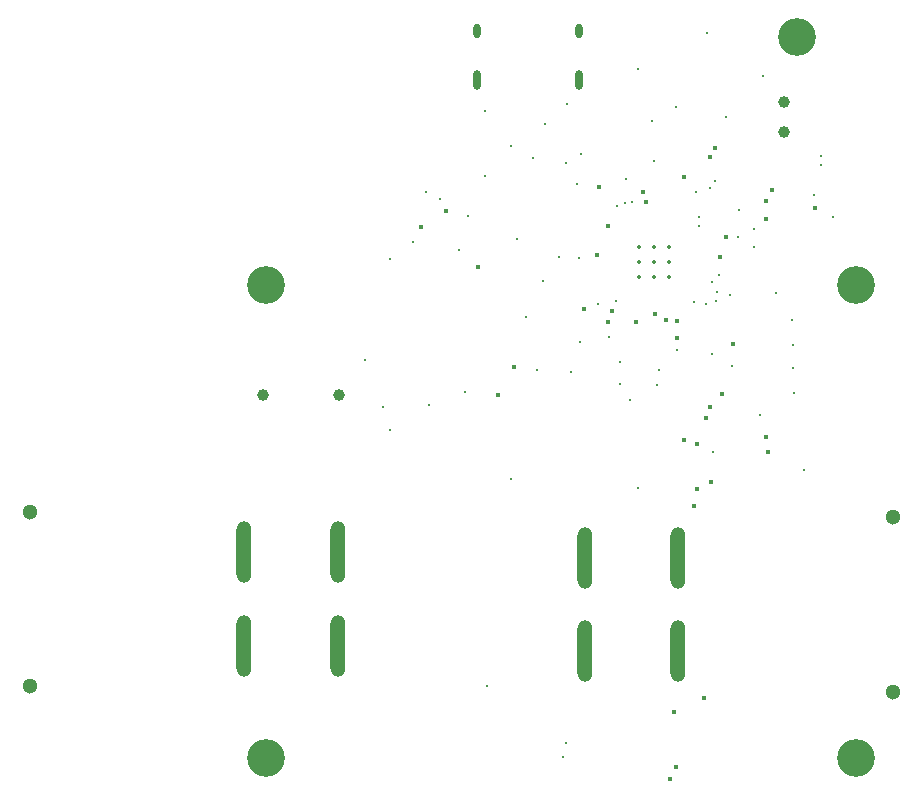
<source format=gbr>
%TF.GenerationSoftware,KiCad,Pcbnew,(6.99.0-874-g7b84e0a7d9-dirty)*%
%TF.CreationDate,2022-02-16T19:00:56-05:00*%
%TF.ProjectId,MotorcycleBatterIsolator,4d6f746f-7263-4796-936c-654261747465,rev?*%
%TF.SameCoordinates,Original*%
%TF.FileFunction,Plated,1,4,PTH,Mixed*%
%TF.FilePolarity,Positive*%
%FSLAX46Y46*%
G04 Gerber Fmt 4.6, Leading zero omitted, Abs format (unit mm)*
G04 Created by KiCad (PCBNEW (6.99.0-874-g7b84e0a7d9-dirty)) date 2022-02-16 19:00:56*
%MOMM*%
%LPD*%
G01*
G04 APERTURE LIST*
%TA.AperFunction,ViaDrill*%
%ADD10C,0.250000*%
%TD*%
%TA.AperFunction,ViaDrill*%
%ADD11C,0.300000*%
%TD*%
%TA.AperFunction,ComponentDrill*%
%ADD12C,0.350000*%
%TD*%
%TA.AperFunction,ViaDrill*%
%ADD13C,0.400000*%
%TD*%
G04 aperture for slot hole*
%TA.AperFunction,ComponentDrill*%
%ADD14O,0.600000X1.200000*%
%TD*%
G04 aperture for slot hole*
%TA.AperFunction,ComponentDrill*%
%ADD15O,0.600000X1.700000*%
%TD*%
%TA.AperFunction,ComponentDrill*%
%ADD16C,1.000000*%
%TD*%
G04 aperture for slot hole*
%TA.AperFunction,ComponentDrill*%
%ADD17O,1.270000X5.230000*%
%TD*%
%TA.AperFunction,ComponentDrill*%
%ADD18C,1.300000*%
%TD*%
%TA.AperFunction,ComponentDrill*%
%ADD19C,3.200000*%
%TD*%
G04 APERTURE END LIST*
D10*
X137750000Y-120300000D03*
X138405974Y-120030183D03*
X139051426Y-119957761D03*
X148000000Y-122900000D03*
X149359300Y-122190700D03*
D11*
X116400000Y-133300000D03*
X117950000Y-137300000D03*
X118500000Y-139250000D03*
X118550000Y-124800000D03*
X120500000Y-123300000D03*
X121600000Y-119050000D03*
X121800000Y-137150000D03*
X122750000Y-119650000D03*
X124400000Y-124000000D03*
X124900000Y-136000000D03*
X125100000Y-121150000D03*
X126550000Y-117700000D03*
X126600000Y-112200000D03*
X126700000Y-160900000D03*
X128750000Y-115200000D03*
X128800000Y-143400000D03*
X129300000Y-123100000D03*
X130000000Y-129650000D03*
X130600000Y-116250000D03*
X130975000Y-134125000D03*
X131450000Y-126600000D03*
X131650000Y-113300000D03*
X132800000Y-124550000D03*
X133150000Y-166900000D03*
X133400000Y-116650000D03*
X133431885Y-165721244D03*
X133500000Y-111650000D03*
X133850000Y-134350000D03*
X134350000Y-118450000D03*
X134550000Y-124650000D03*
X134600000Y-131750000D03*
X134700000Y-115850000D03*
X136150000Y-128550000D03*
X137100000Y-131350000D03*
X137650000Y-128300000D03*
X137999500Y-135308622D03*
X138000000Y-133500000D03*
X138550000Y-117950000D03*
X138850000Y-136700000D03*
X139550000Y-108650000D03*
X139550000Y-144150000D03*
X140750000Y-113100000D03*
X140850000Y-116450000D03*
X141149554Y-135399875D03*
X141300000Y-134150000D03*
X142700000Y-111900000D03*
X142850000Y-132500000D03*
X144300000Y-128400000D03*
X144438556Y-119111444D03*
X144716649Y-121204989D03*
X144724988Y-121954445D03*
X145250000Y-128550000D03*
X145400000Y-105600000D03*
X145600000Y-118750000D03*
X145750000Y-126700000D03*
X145800000Y-132800000D03*
X145850000Y-141100000D03*
X146029812Y-118135983D03*
X146100000Y-128300000D03*
X146250000Y-127550000D03*
X146414017Y-126120188D03*
X147000000Y-112750000D03*
X147349500Y-127811999D03*
X147500000Y-133850000D03*
X148050000Y-120650000D03*
X149350000Y-123750000D03*
X149850000Y-138000000D03*
X150150000Y-109250000D03*
X151250000Y-127650000D03*
X152600000Y-129950000D03*
X152650000Y-132000000D03*
X152650000Y-133950000D03*
X152700000Y-136100000D03*
X153600000Y-142650000D03*
X154450000Y-119350000D03*
X155000000Y-116000000D03*
X155000000Y-116800000D03*
X156050000Y-121200000D03*
D12*
%TO.C,U5*%
X139575000Y-123735000D03*
X139575000Y-125010000D03*
X139575000Y-126285000D03*
X140850000Y-123735000D03*
X140850000Y-125010000D03*
X140850000Y-126285000D03*
X142125000Y-123735000D03*
X142125000Y-125010000D03*
X142125000Y-126285000D03*
%TD*%
D13*
X121149500Y-122050000D03*
X123300000Y-120700000D03*
X125990734Y-125459266D03*
X127650000Y-136300000D03*
X129000000Y-133900000D03*
X134930438Y-129020940D03*
X136060000Y-124410000D03*
X136262500Y-118687500D03*
X136954100Y-130084807D03*
X136973533Y-121962732D03*
X137297299Y-129199500D03*
X139381090Y-130057653D03*
X139976228Y-119047164D03*
X140200427Y-119970923D03*
X141000000Y-129450000D03*
X141908545Y-129909987D03*
X142250000Y-168750000D03*
X142550000Y-163100000D03*
X142750000Y-167750000D03*
X142850000Y-131450000D03*
X142853736Y-130000359D03*
X143400000Y-140050000D03*
X143450000Y-117800000D03*
X144300000Y-145650000D03*
X144550000Y-140450000D03*
X144550000Y-144200000D03*
X145109266Y-161909266D03*
X145300000Y-138250000D03*
X145599500Y-116150000D03*
X145600000Y-137250000D03*
X145705000Y-143655000D03*
X146084102Y-115333473D03*
X146507915Y-124560500D03*
X146650000Y-136200000D03*
X146975897Y-122914251D03*
X147579224Y-131947757D03*
X150350000Y-139800000D03*
X150400000Y-119850000D03*
X150400000Y-121400000D03*
X150550000Y-141100000D03*
X150900000Y-118950000D03*
X154500500Y-120483020D03*
D14*
%TO.C,J5*%
X125929999Y-105449999D03*
D15*
X125929999Y-109629999D03*
D14*
X134569999Y-105449999D03*
D15*
X134569999Y-109629999D03*
D16*
%TO.C,BZ1*%
X107750000Y-136250000D03*
X114250000Y-136250000D03*
%TO.C,TH1*%
X151875000Y-111475000D03*
X151875000Y-114015000D03*
D17*
%TO.C,J1*%
X106197499Y-149599999D03*
X106197499Y-157499999D03*
X114117499Y-149599999D03*
X114117499Y-157499999D03*
%TO.C,J4*%
X134999999Y-150049999D03*
X134999999Y-157949999D03*
X142919999Y-150049999D03*
X142919999Y-157949999D03*
D18*
%TO.C,J1*%
X88017500Y-146160000D03*
X88017500Y-160940000D03*
%TO.C,J4*%
X161100000Y-146610000D03*
X161100000Y-161390000D03*
D19*
%TO.C,H4*%
X108000000Y-127000000D03*
%TO.C,H1*%
X108000000Y-167000000D03*
%TO.C,H2*%
X153000000Y-106000000D03*
%TO.C,H5*%
X158000000Y-127000000D03*
%TO.C,H3*%
X158000000Y-167000000D03*
M02*

</source>
